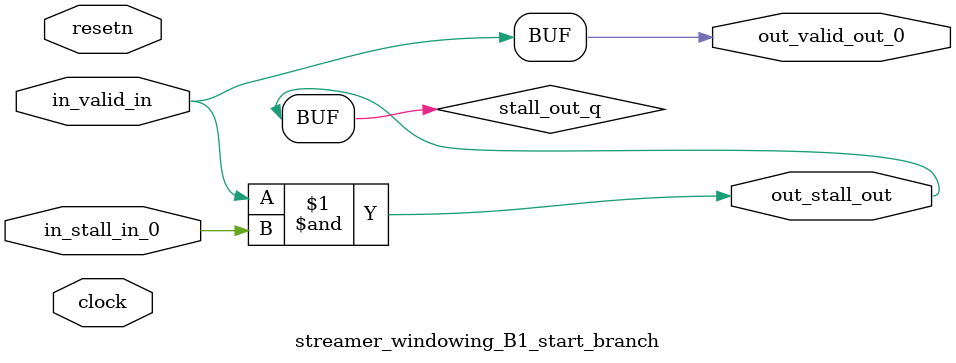
<source format=sv>



(* altera_attribute = "-name AUTO_SHIFT_REGISTER_RECOGNITION OFF; -name MESSAGE_DISABLE 10036; -name MESSAGE_DISABLE 10037; -name MESSAGE_DISABLE 14130; -name MESSAGE_DISABLE 14320; -name MESSAGE_DISABLE 15400; -name MESSAGE_DISABLE 14130; -name MESSAGE_DISABLE 10036; -name MESSAGE_DISABLE 12020; -name MESSAGE_DISABLE 12030; -name MESSAGE_DISABLE 12010; -name MESSAGE_DISABLE 12110; -name MESSAGE_DISABLE 14320; -name MESSAGE_DISABLE 13410; -name MESSAGE_DISABLE 113007; -name MESSAGE_DISABLE 10958" *)
module streamer_windowing_B1_start_branch (
    input wire [0:0] in_stall_in_0,
    input wire [0:0] in_valid_in,
    output wire [0:0] out_stall_out,
    output wire [0:0] out_valid_out_0,
    input wire clock,
    input wire resetn
    );

    wire [0:0] stall_out_q;


    // stall_out(LOGICAL,6)
    assign stall_out_q = in_valid_in & in_stall_in_0;

    // out_stall_out(GPOUT,4)
    assign out_stall_out = stall_out_q;

    // out_valid_out_0(GPOUT,5)
    assign out_valid_out_0 = in_valid_in;

endmodule

</source>
